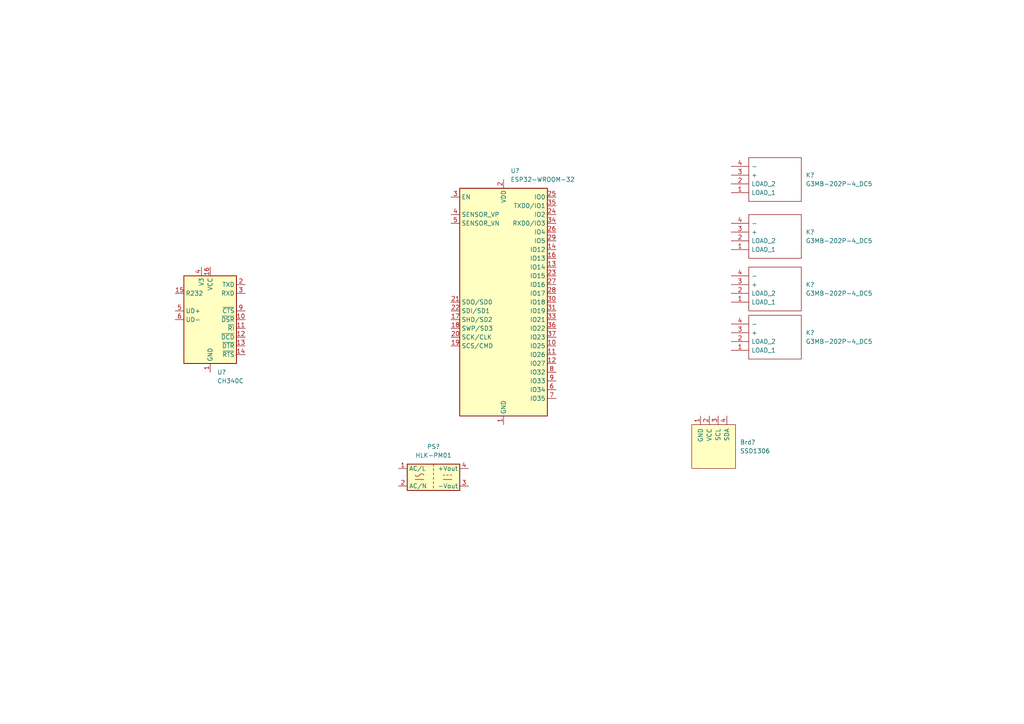
<source format=kicad_sch>
(kicad_sch (version 20211123) (generator eeschema)
  (paper "A4")
  (lib_symbols
    (symbol "Converter_ACDC:HLK-PM01"
      (property "Reference" "PS" (at 0 5.08 0))
      (property "Value" "HLK-PM01" (at 0 -5.08 0))
      (symbol "HLK-PM01_0_1"
        (rectangle (start -7.62 3.81) (end 7.62 -3.81) (stroke (width 0.254)) (fill (type background)))
        (arc (start -5.334 0.635) (mid -4.699 0.2495) (end -4.064 0.635))
        (arc (start -2.794 0.635) (mid -3.429 1.0072) (end -4.064 0.635))
        (polyline (pts (xy -5.334 -0.635) (xy -2.794 -0.635)))
        (polyline (pts (xy 0 -2.54) (xy 0 -3.175)))
        (polyline (pts (xy 0 -1.27) (xy 0 -1.905)))
        (polyline (pts (xy 0 0) (xy 0 -0.635)))
        (polyline (pts (xy 0 1.27) (xy 0 0.635)))
        (polyline (pts (xy 0 2.54) (xy 0 1.905)))
        (polyline (pts (xy 0 3.81) (xy 0 3.175)))
        (polyline (pts (xy 2.794 -0.635) (xy 5.334 -0.635)))
        (polyline (pts (xy 2.794 0.635) (xy 3.302 0.635)))
        (polyline (pts (xy 3.81 0.635) (xy 4.318 0.635)))
        (polyline (pts (xy 4.826 0.635) (xy 5.334 0.635)))
      )
      (symbol "HLK-PM01_1_1"
        (pin power_in line (at -10.16 2.54 0) (length 2.54) (name "AC/L") (number "1"))
        (pin power_in line (at -10.16 -2.54 0) (length 2.54) (name "AC/N") (number "2"))
        (pin power_out line (at 10.16 -2.54 180) (length 2.54) (name "-Vout") (number "3"))
        (pin power_out line (at 10.16 2.54 180) (length 2.54) (name "+Vout") (number "4"))
      )
    )
    (symbol "G3MB-202P-4_DC5:G3MB-202P-4_DC5" (pin_names (offset 0.762))
      (property "Reference" "K" (at 21.59 7.62 0))
      (property "Value" "G3MB-202P-4_DC5" (at 21.59 5.08 0))
      (symbol "G3MB-202P-4_DC5_0_0"
        (pin passive line (at 0 -7.62 0) (length 5.08) (name "LOAD_1") (number "1"))
        (pin passive line (at 0 -5.08 0) (length 5.08) (name "LOAD_2") (number "2"))
        (pin passive line (at 0 -2.54 0) (length 5.08) (name "+") (number "3"))
        (pin passive line (at 0 0 0) (length 5.08) (name "-") (number "4"))
      )
      (symbol "G3MB-202P-4_DC5_0_1"
        (polyline (pts (xy 5.08 2.54) (xy 20.32 2.54) (xy 20.32 -10.16) (xy 5.08 -10.16) (xy 5.08 2.54)) (stroke (width 0.1524)))
      )
    )
    (symbol "Interface_USB:CH340C"
      (property "Reference" "U" (at -5.08 13.97 0))
      (property "Value" "CH340C" (at 1.27 13.97 0))
      (symbol "CH340C_0_1"
        (rectangle (start -7.62 12.7) (end 7.62 -12.7) (stroke (width 0.254)) (fill (type background)))
      )
      (symbol "CH340C_1_1"
        (pin power_in line (at 0 -15.24 90) (length 2.54) (name "GND") (number "1"))
        (pin input line (at 10.16 0 180) (length 2.54) (name "~{DSR}") (number "10"))
        (pin input line (at 10.16 -2.54 180) (length 2.54) (name "~{RI}") (number "11"))
        (pin input line (at 10.16 -5.08 180) (length 2.54) (name "~{DCD}") (number "12"))
        (pin output line (at 10.16 -7.62 180) (length 2.54) (name "~{DTR}") (number "13"))
        (pin output line (at 10.16 -10.16 180) (length 2.54) (name "~{RTS}") (number "14"))
        (pin input line (at -10.16 7.62 0) (length 2.54) (name "R232") (number "15"))
        (pin power_in line (at 0 15.24 270) (length 2.54) (name "VCC") (number "16"))
        (pin output line (at 10.16 10.16 180) (length 2.54) (name "TXD") (number "2"))
        (pin input line (at 10.16 7.62 180) (length 2.54) (name "RXD") (number "3"))
        (pin passive line (at -2.54 15.24 270) (length 2.54) (name "V3") (number "4"))
        (pin bidirectional line (at -10.16 2.54 0) (length 2.54) (name "UD+") (number "5"))
        (pin bidirectional line (at -10.16 0 0) (length 2.54) (name "UD-") (number "6"))
        (pin no_connect line (at -7.62 -7.62 0) (length 2.54) hide (name "NC") (number "7"))
        (pin no_connect line (at -7.62 -10.16 0) (length 2.54) hide (name "NC") (number "8"))
        (pin input line (at 10.16 2.54 180) (length 2.54) (name "~{CTS}") (number "9"))
      )
    )
    (symbol "RF_Module:ESP32-WROOM-32"
      (property "Reference" "U" (at -12.7 34.29 0))
      (property "Value" "ESP32-WROOM-32" (at 1.27 34.29 0))
      (symbol "ESP32-WROOM-32_0_1"
        (rectangle (start -12.7 33.02) (end 12.7 -33.02) (stroke (width 0.254)) (fill (type background)))
      )
      (symbol "ESP32-WROOM-32_1_1"
        (pin power_in line (at 0 -35.56 90) (length 2.54) (name "GND") (number "1"))
        (pin bidirectional line (at 15.24 -12.7 180) (length 2.54) (name "IO25") (number "10"))
        (pin bidirectional line (at 15.24 -15.24 180) (length 2.54) (name "IO26") (number "11"))
        (pin bidirectional line (at 15.24 -17.78 180) (length 2.54) (name "IO27") (number "12"))
        (pin bidirectional line (at 15.24 10.16 180) (length 2.54) (name "IO14") (number "13"))
        (pin bidirectional line (at 15.24 15.24 180) (length 2.54) (name "IO12") (number "14"))
        (pin passive line (at 0 -35.56 90) (length 2.54) hide (name "GND") (number "15"))
        (pin bidirectional line (at 15.24 12.7 180) (length 2.54) (name "IO13") (number "16"))
        (pin bidirectional line (at -15.24 -5.08 0) (length 2.54) (name "SHD/SD2") (number "17"))
        (pin bidirectional line (at -15.24 -7.62 0) (length 2.54) (name "SWP/SD3") (number "18"))
        (pin bidirectional line (at -15.24 -12.7 0) (length 2.54) (name "SCS/CMD") (number "19"))
        (pin power_in line (at 0 35.56 270) (length 2.54) (name "VDD") (number "2"))
        (pin bidirectional line (at -15.24 -10.16 0) (length 2.54) (name "SCK/CLK") (number "20"))
        (pin bidirectional line (at -15.24 0 0) (length 2.54) (name "SDO/SD0") (number "21"))
        (pin bidirectional line (at -15.24 -2.54 0) (length 2.54) (name "SDI/SD1") (number "22"))
        (pin bidirectional line (at 15.24 7.62 180) (length 2.54) (name "IO15") (number "23"))
        (pin bidirectional line (at 15.24 25.4 180) (length 2.54) (name "IO2") (number "24"))
        (pin bidirectional line (at 15.24 30.48 180) (length 2.54) (name "IO0") (number "25"))
        (pin bidirectional line (at 15.24 20.32 180) (length 2.54) (name "IO4") (number "26"))
        (pin bidirectional line (at 15.24 5.08 180) (length 2.54) (name "IO16") (number "27"))
        (pin bidirectional line (at 15.24 2.54 180) (length 2.54) (name "IO17") (number "28"))
        (pin bidirectional line (at 15.24 17.78 180) (length 2.54) (name "IO5") (number "29"))
        (pin input line (at -15.24 30.48 0) (length 2.54) (name "EN") (number "3"))
        (pin bidirectional line (at 15.24 0 180) (length 2.54) (name "IO18") (number "30"))
        (pin bidirectional line (at 15.24 -2.54 180) (length 2.54) (name "IO19") (number "31"))
        (pin no_connect line (at -12.7 -27.94 0) (length 2.54) hide (name "NC") (number "32"))
        (pin bidirectional line (at 15.24 -5.08 180) (length 2.54) (name "IO21") (number "33"))
        (pin bidirectional line (at 15.24 22.86 180) (length 2.54) (name "RXD0/IO3") (number "34"))
        (pin bidirectional line (at 15.24 27.94 180) (length 2.54) (name "TXD0/IO1") (number "35"))
        (pin bidirectional line (at 15.24 -7.62 180) (length 2.54) (name "IO22") (number "36"))
        (pin bidirectional line (at 15.24 -10.16 180) (length 2.54) (name "IO23") (number "37"))
        (pin passive line (at 0 -35.56 90) (length 2.54) hide (name "GND") (number "38"))
        (pin passive line (at 0 -35.56 90) (length 2.54) hide (name "GND") (number "39"))
        (pin input line (at -15.24 25.4 0) (length 2.54) (name "SENSOR_VP") (number "4"))
        (pin input line (at -15.24 22.86 0) (length 2.54) (name "SENSOR_VN") (number "5"))
        (pin input line (at 15.24 -25.4 180) (length 2.54) (name "IO34") (number "6"))
        (pin input line (at 15.24 -27.94 180) (length 2.54) (name "IO35") (number "7"))
        (pin bidirectional line (at 15.24 -20.32 180) (length 2.54) (name "IO32") (number "8"))
        (pin bidirectional line (at 15.24 -22.86 180) (length 2.54) (name "IO33") (number "9"))
      )
    )
    (symbol "ssd1306_i2c:SSD1306" (pin_names (offset 1.016))
      (property "Reference" "Brd" (at 0 -3.81 0))
      (property "Value" "SSD1306" (at 0 -1.27 0))
      (symbol "SSD1306_0_1"
        (rectangle (start -6.35 6.35) (end 6.35 -6.35) (fill (type background)))
      )
      (symbol "SSD1306_1_1"
        (pin input line (at -3.81 8.89 270) (length 2.54) (name "GND") (number "1"))
        (pin input line (at -1.27 8.89 270) (length 2.54) (name "VCC") (number "2"))
        (pin input line (at 1.27 8.89 270) (length 2.54) (name "SCL") (number "3"))
        (pin input line (at 3.81 8.89 270) (length 2.54) (name "SDA") (number "4"))
      )
    )
  )
  (symbol (lib_id "G3MB-202P-4_DC5:G3MB-202P-4_DC5") (at 212.09 93.98 0) (unit 1)
    (property "Reference" "K?" (at 233.68 96.5199 0) (effects (justify left)))
    (property "Value" "G3MB-202P-4_DC5" (at 233.68 99.0599 0) (effects (justify left)))
    (property "Footprint" "G3MB202P4DC5" (effects hide))
    (property "Datasheet" "https://componentsearchengine.com/Datasheets/1/G3MB-202P-4 DC5.pdf" (effects hide))
    (property "Description" "Solid State Relays - PCB Mount 2A 100-240VAC Output 5VDC 5.08mm" (effects hide))
    (property "Height" "20.5" (effects hide))
    (property "Manufacturer_Name" "Omron Electronics" (effects hide))
    (property "Manufacturer_Part_Number" "G3MB-202P-4 DC5" (effects hide))
    (property "Mouser Part Number" "653-G3MB-202P4DC5" (effects hide))
    (property "Mouser Price/Stock" "https://www.mouser.co.uk/ProductDetail/Omron-Automation-and-Safety/G3MB-202P-4-DC5?qs=Z0CfnKMjtWg7MIsv3RC0Aw%3D%3D" (effects hide))
  )
  (symbol (lib_id "ssd1306_i2c:SSD1306") (at 207.01 129.54 0) (unit 1)
    (property "Reference" "Brd?" (at 214.63 128.2699 0) (effects (justify left)))
    (property "Value" "SSD1306" (at 214.63 130.8099 0) (effects (justify left)))
  )
  (symbol (lib_id "Converter_ACDC:HLK-PM01") (at 125.73 138.43 0) (unit 1)
    (property "Reference" "PS?" (at 125.73 129.54 0))
    (property "Value" "HLK-PM01" (at 125.73 132.08 0))
    (property "Footprint" "Converter_ACDC:Converter_ACDC_HiLink_HLK-PMxx" (effects hide))
    (property "Datasheet" "http://www.hlktech.net/product_detail.php?ProId=54" (effects hide))
  )
  (symbol (lib_id "RF_Module:ESP32-WROOM-32") (at 146.05 87.63 0) (unit 1)
    (property "Reference" "U?" (at 148.0694 49.53 0) (effects (justify left)))
    (property "Value" "ESP32-WROOM-32" (at 148.0694 52.07 0) (effects (justify left)))
    (property "Footprint" "RF_Module:ESP32-WROOM-32" (effects hide))
    (property "Datasheet" "https://www.espressif.com/sites/default/files/documentation/esp32-wroom-32_datasheet_en.pdf" (effects hide))
  )
  (symbol (lib_id "Interface_USB:CH340C") (at 60.96 92.71 0) (unit 1)
    (property "Reference" "U?" (at 62.9794 107.95 0) (effects (justify left)))
    (property "Value" "CH340C" (at 62.9794 110.49 0) (effects (justify left)))
    (property "Footprint" "Package_SO:SOIC-16_3.9x9.9mm_P1.27mm" (effects hide))
    (property "Datasheet" "https://datasheet.lcsc.com/szlcsc/Jiangsu-Qin-Heng-CH340C_C84681.pdf" (effects hide))
  )
  (symbol (lib_id "G3MB-202P-4_DC5:G3MB-202P-4_DC5") (at 212.09 80.01 0) (unit 1)
    (property "Reference" "K?" (at 233.68 82.5499 0) (effects (justify left)))
    (property "Value" "G3MB-202P-4_DC5" (at 233.68 85.0899 0) (effects (justify left)))
    (property "Footprint" "G3MB202P4DC5" (effects hide))
    (property "Datasheet" "https://componentsearchengine.com/Datasheets/1/G3MB-202P-4 DC5.pdf" (effects hide))
    (property "Description" "Solid State Relays - PCB Mount 2A 100-240VAC Output 5VDC 5.08mm" (effects hide))
    (property "Height" "20.5" (effects hide))
    (property "Manufacturer_Name" "Omron Electronics" (effects hide))
    (property "Manufacturer_Part_Number" "G3MB-202P-4 DC5" (effects hide))
    (property "Mouser Part Number" "653-G3MB-202P4DC5" (effects hide))
    (property "Mouser Price/Stock" "https://www.mouser.co.uk/ProductDetail/Omron-Automation-and-Safety/G3MB-202P-4-DC5?qs=Z0CfnKMjtWg7MIsv3RC0Aw%3D%3D" (effects hide))
  )
  (symbol (lib_id "G3MB-202P-4_DC5:G3MB-202P-4_DC5") (at 212.09 64.77 0) (unit 1)
    (property "Reference" "K?" (at 233.68 67.3099 0) (effects (justify left)))
    (property "Value" "G3MB-202P-4_DC5" (at 233.68 69.8499 0) (effects (justify left)))
    (property "Footprint" "G3MB202P4DC5" (effects hide))
    (property "Datasheet" "https://componentsearchengine.com/Datasheets/1/G3MB-202P-4 DC5.pdf" (effects hide))
    (property "Description" "Solid State Relays - PCB Mount 2A 100-240VAC Output 5VDC 5.08mm" (effects hide))
    (property "Height" "20.5" (effects hide))
    (property "Manufacturer_Name" "Omron Electronics" (effects hide))
    (property "Manufacturer_Part_Number" "G3MB-202P-4 DC5" (effects hide))
    (property "Mouser Part Number" "653-G3MB-202P4DC5" (effects hide))
    (property "Mouser Price/Stock" "https://www.mouser.co.uk/ProductDetail/Omron-Automation-and-Safety/G3MB-202P-4-DC5?qs=Z0CfnKMjtWg7MIsv3RC0Aw%3D%3D" (effects hide))
  )
  (symbol (lib_id "G3MB-202P-4_DC5:G3MB-202P-4_DC5") (at 212.09 48.26 0) (unit 1)
    (property "Reference" "K?" (at 233.68 50.7999 0) (effects (justify left)))
    (property "Value" "G3MB-202P-4_DC5" (at 233.68 53.3399 0) (effects (justify left)))
    (property "Footprint" "G3MB202P4DC5" (effects hide))
    (property "Datasheet" "https://componentsearchengine.com/Datasheets/1/G3MB-202P-4 DC5.pdf" (effects hide))
    (property "Description" "Solid State Relays - PCB Mount 2A 100-240VAC Output 5VDC 5.08mm" (effects hide))
    (property "Height" "20.5" (effects hide))
    (property "Manufacturer_Name" "Omron Electronics" (effects hide))
    (property "Manufacturer_Part_Number" "G3MB-202P-4 DC5" (effects hide))
    (property "Mouser Part Number" "653-G3MB-202P4DC5" (effects hide))
    (property "Mouser Price/Stock" "https://www.mouser.co.uk/ProductDetail/Omron-Automation-and-Safety/G3MB-202P-4-DC5?qs=Z0CfnKMjtWg7MIsv3RC0Aw%3D%3D" (effects hide))
  )
)
</source>
